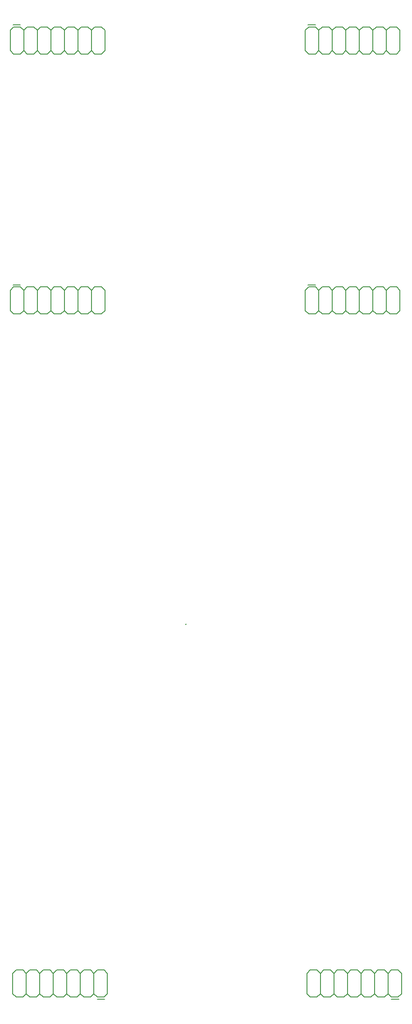
<source format=gbr>
G04 #@! TF.FileFunction,Legend,Bot*
%FSLAX46Y46*%
G04 Gerber Fmt 4.6, Leading zero omitted, Abs format (unit mm)*
G04 Created by KiCad (PCBNEW 4.0.6) date 03/06/20 14:39:01*
%MOMM*%
%LPD*%
G01*
G04 APERTURE LIST*
%ADD10C,0.100000*%
%ADD11C,0.203200*%
%ADD12C,0.150000*%
G04 APERTURE END LIST*
D10*
D11*
X134035000Y-101130000D02*
X134670000Y-101765000D01*
X134670000Y-101765000D02*
X135305000Y-101130000D01*
X136575000Y-101130000D02*
X137210000Y-101765000D01*
X137210000Y-101765000D02*
X137845000Y-101130000D01*
X139115000Y-101130000D02*
X139750000Y-101765000D01*
X139750000Y-101765000D02*
X140385000Y-101130000D01*
X141655000Y-101130000D02*
X142290000Y-101765000D01*
X142290000Y-101765000D02*
X142925000Y-101130000D01*
X144195000Y-101130000D02*
X144830000Y-101765000D01*
X144830000Y-101765000D02*
X145465000Y-101130000D01*
X146735000Y-101130000D02*
X147370000Y-101765000D01*
X132765000Y-106210000D02*
X134035000Y-106210000D01*
X134035000Y-106210000D02*
X134670000Y-105575000D01*
X134670000Y-105575000D02*
X135305000Y-106210000D01*
X135305000Y-106210000D02*
X136575000Y-106210000D01*
X136575000Y-106210000D02*
X137210000Y-105575000D01*
X137210000Y-105575000D02*
X137845000Y-106210000D01*
X137845000Y-106210000D02*
X139115000Y-106210000D01*
X139115000Y-106210000D02*
X139750000Y-105575000D01*
X139750000Y-105575000D02*
X140385000Y-106210000D01*
X140385000Y-106210000D02*
X141655000Y-106210000D01*
X141655000Y-106210000D02*
X142290000Y-105575000D01*
X142290000Y-105575000D02*
X142925000Y-106210000D01*
X142925000Y-106210000D02*
X144195000Y-106210000D01*
X144195000Y-106210000D02*
X144830000Y-105575000D01*
X144830000Y-105575000D02*
X145465000Y-106210000D01*
X145465000Y-106210000D02*
X146735000Y-106210000D01*
X146735000Y-106210000D02*
X147370000Y-105575000D01*
X147370000Y-105575000D02*
X148005000Y-106210000D01*
X148005000Y-106210000D02*
X149275000Y-106210000D01*
X149275000Y-106210000D02*
X149910000Y-105575000D01*
X149910000Y-101765000D02*
X149275000Y-101130000D01*
X147370000Y-101765000D02*
X148005000Y-101130000D01*
X134670000Y-105575000D02*
X134670000Y-101765000D01*
X137210000Y-105575000D02*
X137210000Y-101765000D01*
X139750000Y-105575000D02*
X139750000Y-101765000D01*
X142290000Y-105575000D02*
X142290000Y-101765000D01*
X144830000Y-105575000D02*
X144830000Y-101765000D01*
X147370000Y-105575000D02*
X147370000Y-101765000D01*
X149910000Y-105575000D02*
X149910000Y-101765000D01*
X148005000Y-101130000D02*
X149275000Y-101130000D01*
X145465000Y-101130000D02*
X146735000Y-101130000D01*
X142925000Y-101130000D02*
X144195000Y-101130000D01*
X140385000Y-101130000D02*
X141655000Y-101130000D01*
X137845000Y-101130000D02*
X139115000Y-101130000D01*
X135305000Y-101130000D02*
X136575000Y-101130000D01*
X132765000Y-101130000D02*
X134035000Y-101130000D01*
X132130000Y-101765000D02*
X132765000Y-101130000D01*
X132130000Y-101765000D02*
X132130000Y-105575000D01*
X132130000Y-105575000D02*
X132765000Y-106210000D01*
X132638000Y-100749000D02*
X134035000Y-100749000D01*
X134035000Y-100749000D02*
X132638000Y-100749000D01*
X189435000Y-101130000D02*
X190070000Y-101765000D01*
X190070000Y-101765000D02*
X190705000Y-101130000D01*
X191975000Y-101130000D02*
X192610000Y-101765000D01*
X192610000Y-101765000D02*
X193245000Y-101130000D01*
X194515000Y-101130000D02*
X195150000Y-101765000D01*
X195150000Y-101765000D02*
X195785000Y-101130000D01*
X197055000Y-101130000D02*
X197690000Y-101765000D01*
X197690000Y-101765000D02*
X198325000Y-101130000D01*
X199595000Y-101130000D02*
X200230000Y-101765000D01*
X200230000Y-101765000D02*
X200865000Y-101130000D01*
X202135000Y-101130000D02*
X202770000Y-101765000D01*
X188165000Y-106210000D02*
X189435000Y-106210000D01*
X189435000Y-106210000D02*
X190070000Y-105575000D01*
X190070000Y-105575000D02*
X190705000Y-106210000D01*
X190705000Y-106210000D02*
X191975000Y-106210000D01*
X191975000Y-106210000D02*
X192610000Y-105575000D01*
X192610000Y-105575000D02*
X193245000Y-106210000D01*
X193245000Y-106210000D02*
X194515000Y-106210000D01*
X194515000Y-106210000D02*
X195150000Y-105575000D01*
X195150000Y-105575000D02*
X195785000Y-106210000D01*
X195785000Y-106210000D02*
X197055000Y-106210000D01*
X197055000Y-106210000D02*
X197690000Y-105575000D01*
X197690000Y-105575000D02*
X198325000Y-106210000D01*
X198325000Y-106210000D02*
X199595000Y-106210000D01*
X199595000Y-106210000D02*
X200230000Y-105575000D01*
X200230000Y-105575000D02*
X200865000Y-106210000D01*
X200865000Y-106210000D02*
X202135000Y-106210000D01*
X202135000Y-106210000D02*
X202770000Y-105575000D01*
X202770000Y-105575000D02*
X203405000Y-106210000D01*
X203405000Y-106210000D02*
X204675000Y-106210000D01*
X204675000Y-106210000D02*
X205310000Y-105575000D01*
X205310000Y-101765000D02*
X204675000Y-101130000D01*
X202770000Y-101765000D02*
X203405000Y-101130000D01*
X190070000Y-105575000D02*
X190070000Y-101765000D01*
X192610000Y-105575000D02*
X192610000Y-101765000D01*
X195150000Y-105575000D02*
X195150000Y-101765000D01*
X197690000Y-105575000D02*
X197690000Y-101765000D01*
X200230000Y-105575000D02*
X200230000Y-101765000D01*
X202770000Y-105575000D02*
X202770000Y-101765000D01*
X205310000Y-105575000D02*
X205310000Y-101765000D01*
X203405000Y-101130000D02*
X204675000Y-101130000D01*
X200865000Y-101130000D02*
X202135000Y-101130000D01*
X198325000Y-101130000D02*
X199595000Y-101130000D01*
X195785000Y-101130000D02*
X197055000Y-101130000D01*
X193245000Y-101130000D02*
X194515000Y-101130000D01*
X190705000Y-101130000D02*
X191975000Y-101130000D01*
X188165000Y-101130000D02*
X189435000Y-101130000D01*
X187530000Y-101765000D02*
X188165000Y-101130000D01*
X187530000Y-101765000D02*
X187530000Y-105575000D01*
X187530000Y-105575000D02*
X188165000Y-106210000D01*
X188038000Y-100749000D02*
X189435000Y-100749000D01*
X189435000Y-100749000D02*
X188038000Y-100749000D01*
X189435000Y-149930000D02*
X190070000Y-150565000D01*
X190070000Y-150565000D02*
X190705000Y-149930000D01*
X191975000Y-149930000D02*
X192610000Y-150565000D01*
X192610000Y-150565000D02*
X193245000Y-149930000D01*
X194515000Y-149930000D02*
X195150000Y-150565000D01*
X195150000Y-150565000D02*
X195785000Y-149930000D01*
X197055000Y-149930000D02*
X197690000Y-150565000D01*
X197690000Y-150565000D02*
X198325000Y-149930000D01*
X199595000Y-149930000D02*
X200230000Y-150565000D01*
X200230000Y-150565000D02*
X200865000Y-149930000D01*
X202135000Y-149930000D02*
X202770000Y-150565000D01*
X188165000Y-155010000D02*
X189435000Y-155010000D01*
X189435000Y-155010000D02*
X190070000Y-154375000D01*
X190070000Y-154375000D02*
X190705000Y-155010000D01*
X190705000Y-155010000D02*
X191975000Y-155010000D01*
X191975000Y-155010000D02*
X192610000Y-154375000D01*
X192610000Y-154375000D02*
X193245000Y-155010000D01*
X193245000Y-155010000D02*
X194515000Y-155010000D01*
X194515000Y-155010000D02*
X195150000Y-154375000D01*
X195150000Y-154375000D02*
X195785000Y-155010000D01*
X195785000Y-155010000D02*
X197055000Y-155010000D01*
X197055000Y-155010000D02*
X197690000Y-154375000D01*
X197690000Y-154375000D02*
X198325000Y-155010000D01*
X198325000Y-155010000D02*
X199595000Y-155010000D01*
X199595000Y-155010000D02*
X200230000Y-154375000D01*
X200230000Y-154375000D02*
X200865000Y-155010000D01*
X200865000Y-155010000D02*
X202135000Y-155010000D01*
X202135000Y-155010000D02*
X202770000Y-154375000D01*
X202770000Y-154375000D02*
X203405000Y-155010000D01*
X203405000Y-155010000D02*
X204675000Y-155010000D01*
X204675000Y-155010000D02*
X205310000Y-154375000D01*
X205310000Y-150565000D02*
X204675000Y-149930000D01*
X202770000Y-150565000D02*
X203405000Y-149930000D01*
X190070000Y-154375000D02*
X190070000Y-150565000D01*
X192610000Y-154375000D02*
X192610000Y-150565000D01*
X195150000Y-154375000D02*
X195150000Y-150565000D01*
X197690000Y-154375000D02*
X197690000Y-150565000D01*
X200230000Y-154375000D02*
X200230000Y-150565000D01*
X202770000Y-154375000D02*
X202770000Y-150565000D01*
X205310000Y-154375000D02*
X205310000Y-150565000D01*
X203405000Y-149930000D02*
X204675000Y-149930000D01*
X200865000Y-149930000D02*
X202135000Y-149930000D01*
X198325000Y-149930000D02*
X199595000Y-149930000D01*
X195785000Y-149930000D02*
X197055000Y-149930000D01*
X193245000Y-149930000D02*
X194515000Y-149930000D01*
X190705000Y-149930000D02*
X191975000Y-149930000D01*
X188165000Y-149930000D02*
X189435000Y-149930000D01*
X187530000Y-150565000D02*
X188165000Y-149930000D01*
X187530000Y-150565000D02*
X187530000Y-154375000D01*
X187530000Y-154375000D02*
X188165000Y-155010000D01*
X188038000Y-149549000D02*
X189435000Y-149549000D01*
X189435000Y-149549000D02*
X188038000Y-149549000D01*
X134035000Y-149930000D02*
X134670000Y-150565000D01*
X134670000Y-150565000D02*
X135305000Y-149930000D01*
X136575000Y-149930000D02*
X137210000Y-150565000D01*
X137210000Y-150565000D02*
X137845000Y-149930000D01*
X139115000Y-149930000D02*
X139750000Y-150565000D01*
X139750000Y-150565000D02*
X140385000Y-149930000D01*
X141655000Y-149930000D02*
X142290000Y-150565000D01*
X142290000Y-150565000D02*
X142925000Y-149930000D01*
X144195000Y-149930000D02*
X144830000Y-150565000D01*
X144830000Y-150565000D02*
X145465000Y-149930000D01*
X146735000Y-149930000D02*
X147370000Y-150565000D01*
X132765000Y-155010000D02*
X134035000Y-155010000D01*
X134035000Y-155010000D02*
X134670000Y-154375000D01*
X134670000Y-154375000D02*
X135305000Y-155010000D01*
X135305000Y-155010000D02*
X136575000Y-155010000D01*
X136575000Y-155010000D02*
X137210000Y-154375000D01*
X137210000Y-154375000D02*
X137845000Y-155010000D01*
X137845000Y-155010000D02*
X139115000Y-155010000D01*
X139115000Y-155010000D02*
X139750000Y-154375000D01*
X139750000Y-154375000D02*
X140385000Y-155010000D01*
X140385000Y-155010000D02*
X141655000Y-155010000D01*
X141655000Y-155010000D02*
X142290000Y-154375000D01*
X142290000Y-154375000D02*
X142925000Y-155010000D01*
X142925000Y-155010000D02*
X144195000Y-155010000D01*
X144195000Y-155010000D02*
X144830000Y-154375000D01*
X144830000Y-154375000D02*
X145465000Y-155010000D01*
X145465000Y-155010000D02*
X146735000Y-155010000D01*
X146735000Y-155010000D02*
X147370000Y-154375000D01*
X147370000Y-154375000D02*
X148005000Y-155010000D01*
X148005000Y-155010000D02*
X149275000Y-155010000D01*
X149275000Y-155010000D02*
X149910000Y-154375000D01*
X149910000Y-150565000D02*
X149275000Y-149930000D01*
X147370000Y-150565000D02*
X148005000Y-149930000D01*
X134670000Y-154375000D02*
X134670000Y-150565000D01*
X137210000Y-154375000D02*
X137210000Y-150565000D01*
X139750000Y-154375000D02*
X139750000Y-150565000D01*
X142290000Y-154375000D02*
X142290000Y-150565000D01*
X144830000Y-154375000D02*
X144830000Y-150565000D01*
X147370000Y-154375000D02*
X147370000Y-150565000D01*
X149910000Y-154375000D02*
X149910000Y-150565000D01*
X148005000Y-149930000D02*
X149275000Y-149930000D01*
X145465000Y-149930000D02*
X146735000Y-149930000D01*
X142925000Y-149930000D02*
X144195000Y-149930000D01*
X140385000Y-149930000D02*
X141655000Y-149930000D01*
X137845000Y-149930000D02*
X139115000Y-149930000D01*
X135305000Y-149930000D02*
X136575000Y-149930000D01*
X132765000Y-149930000D02*
X134035000Y-149930000D01*
X132130000Y-150565000D02*
X132765000Y-149930000D01*
X132130000Y-150565000D02*
X132130000Y-154375000D01*
X132130000Y-154375000D02*
X132765000Y-155010000D01*
X132638000Y-149549000D02*
X134035000Y-149549000D01*
X134035000Y-149549000D02*
X132638000Y-149549000D01*
X148465000Y-283270000D02*
X147830000Y-282635000D01*
X147830000Y-282635000D02*
X147195000Y-283270000D01*
X145925000Y-283270000D02*
X145290000Y-282635000D01*
X145290000Y-282635000D02*
X144655000Y-283270000D01*
X143385000Y-283270000D02*
X142750000Y-282635000D01*
X142750000Y-282635000D02*
X142115000Y-283270000D01*
X140845000Y-283270000D02*
X140210000Y-282635000D01*
X140210000Y-282635000D02*
X139575000Y-283270000D01*
X138305000Y-283270000D02*
X137670000Y-282635000D01*
X137670000Y-282635000D02*
X137035000Y-283270000D01*
X135765000Y-283270000D02*
X135130000Y-282635000D01*
X149735000Y-278190000D02*
X148465000Y-278190000D01*
X148465000Y-278190000D02*
X147830000Y-278825000D01*
X147830000Y-278825000D02*
X147195000Y-278190000D01*
X147195000Y-278190000D02*
X145925000Y-278190000D01*
X145925000Y-278190000D02*
X145290000Y-278825000D01*
X145290000Y-278825000D02*
X144655000Y-278190000D01*
X144655000Y-278190000D02*
X143385000Y-278190000D01*
X143385000Y-278190000D02*
X142750000Y-278825000D01*
X142750000Y-278825000D02*
X142115000Y-278190000D01*
X142115000Y-278190000D02*
X140845000Y-278190000D01*
X140845000Y-278190000D02*
X140210000Y-278825000D01*
X140210000Y-278825000D02*
X139575000Y-278190000D01*
X139575000Y-278190000D02*
X138305000Y-278190000D01*
X138305000Y-278190000D02*
X137670000Y-278825000D01*
X137670000Y-278825000D02*
X137035000Y-278190000D01*
X137035000Y-278190000D02*
X135765000Y-278190000D01*
X135765000Y-278190000D02*
X135130000Y-278825000D01*
X135130000Y-278825000D02*
X134495000Y-278190000D01*
X134495000Y-278190000D02*
X133225000Y-278190000D01*
X133225000Y-278190000D02*
X132590000Y-278825000D01*
X132590000Y-282635000D02*
X133225000Y-283270000D01*
X135130000Y-282635000D02*
X134495000Y-283270000D01*
X147830000Y-278825000D02*
X147830000Y-282635000D01*
X145290000Y-278825000D02*
X145290000Y-282635000D01*
X142750000Y-278825000D02*
X142750000Y-282635000D01*
X140210000Y-278825000D02*
X140210000Y-282635000D01*
X137670000Y-278825000D02*
X137670000Y-282635000D01*
X135130000Y-278825000D02*
X135130000Y-282635000D01*
X132590000Y-278825000D02*
X132590000Y-282635000D01*
X134495000Y-283270000D02*
X133225000Y-283270000D01*
X137035000Y-283270000D02*
X135765000Y-283270000D01*
X139575000Y-283270000D02*
X138305000Y-283270000D01*
X142115000Y-283270000D02*
X140845000Y-283270000D01*
X144655000Y-283270000D02*
X143385000Y-283270000D01*
X147195000Y-283270000D02*
X145925000Y-283270000D01*
X149735000Y-283270000D02*
X148465000Y-283270000D01*
X150370000Y-282635000D02*
X149735000Y-283270000D01*
X150370000Y-282635000D02*
X150370000Y-278825000D01*
X150370000Y-278825000D02*
X149735000Y-278190000D01*
X149862000Y-283651000D02*
X148465000Y-283651000D01*
X148465000Y-283651000D02*
X149862000Y-283651000D01*
X203708000Y-283270000D02*
X203073000Y-282635000D01*
X203073000Y-282635000D02*
X202438000Y-283270000D01*
X201168000Y-283270000D02*
X200533000Y-282635000D01*
X200533000Y-282635000D02*
X199898000Y-283270000D01*
X198628000Y-283270000D02*
X197993000Y-282635000D01*
X197993000Y-282635000D02*
X197358000Y-283270000D01*
X196088000Y-283270000D02*
X195453000Y-282635000D01*
X195453000Y-282635000D02*
X194818000Y-283270000D01*
X193548000Y-283270000D02*
X192913000Y-282635000D01*
X192913000Y-282635000D02*
X192278000Y-283270000D01*
X191008000Y-283270000D02*
X190373000Y-282635000D01*
X204978000Y-278190000D02*
X203708000Y-278190000D01*
X203708000Y-278190000D02*
X203073000Y-278825000D01*
X203073000Y-278825000D02*
X202438000Y-278190000D01*
X202438000Y-278190000D02*
X201168000Y-278190000D01*
X201168000Y-278190000D02*
X200533000Y-278825000D01*
X200533000Y-278825000D02*
X199898000Y-278190000D01*
X199898000Y-278190000D02*
X198628000Y-278190000D01*
X198628000Y-278190000D02*
X197993000Y-278825000D01*
X197993000Y-278825000D02*
X197358000Y-278190000D01*
X197358000Y-278190000D02*
X196088000Y-278190000D01*
X196088000Y-278190000D02*
X195453000Y-278825000D01*
X195453000Y-278825000D02*
X194818000Y-278190000D01*
X194818000Y-278190000D02*
X193548000Y-278190000D01*
X193548000Y-278190000D02*
X192913000Y-278825000D01*
X192913000Y-278825000D02*
X192278000Y-278190000D01*
X192278000Y-278190000D02*
X191008000Y-278190000D01*
X191008000Y-278190000D02*
X190373000Y-278825000D01*
X190373000Y-278825000D02*
X189738000Y-278190000D01*
X189738000Y-278190000D02*
X188468000Y-278190000D01*
X188468000Y-278190000D02*
X187833000Y-278825000D01*
X187833000Y-282635000D02*
X188468000Y-283270000D01*
X190373000Y-282635000D02*
X189738000Y-283270000D01*
X203073000Y-278825000D02*
X203073000Y-282635000D01*
X200533000Y-278825000D02*
X200533000Y-282635000D01*
X197993000Y-278825000D02*
X197993000Y-282635000D01*
X195453000Y-278825000D02*
X195453000Y-282635000D01*
X192913000Y-278825000D02*
X192913000Y-282635000D01*
X190373000Y-278825000D02*
X190373000Y-282635000D01*
X187833000Y-278825000D02*
X187833000Y-282635000D01*
X189738000Y-283270000D02*
X188468000Y-283270000D01*
X192278000Y-283270000D02*
X191008000Y-283270000D01*
X194818000Y-283270000D02*
X193548000Y-283270000D01*
X197358000Y-283270000D02*
X196088000Y-283270000D01*
X199898000Y-283270000D02*
X198628000Y-283270000D01*
X202438000Y-283270000D02*
X201168000Y-283270000D01*
X204978000Y-283270000D02*
X203708000Y-283270000D01*
X205613000Y-282635000D02*
X204978000Y-283270000D01*
X205613000Y-282635000D02*
X205613000Y-278825000D01*
X205613000Y-278825000D02*
X204978000Y-278190000D01*
X205105000Y-283651000D02*
X203708000Y-283651000D01*
X203708000Y-283651000D02*
X205105000Y-283651000D01*
D12*
X165075000Y-213209143D02*
X165027381Y-213256762D01*
X165075000Y-213304381D01*
X165122619Y-213256762D01*
X165075000Y-213209143D01*
X165075000Y-213304381D01*
M02*

</source>
